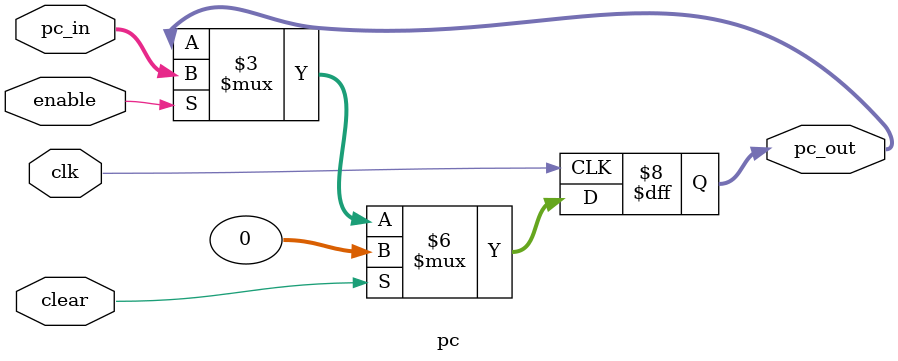
<source format=v>
`timescale 1ns / 1ps


module pc(
    input clk,
    input clear,
    input enable,   
    input [31:0] pc_in,
    output reg [31:0] pc_out
    );
    initial 
    begin
        pc_out <= 0;
    end
    always@(posedge clk)
    begin
        if(clear)
            pc_out<=0;
        else if(enable)
            pc_out<=pc_in;
    end
endmodule

</source>
